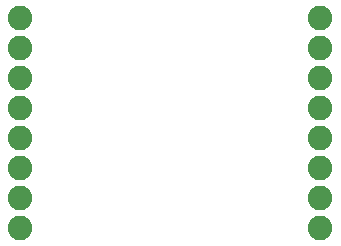
<source format=gbr>
G04 EAGLE Gerber RS-274X export*
G75*
%MOMM*%
%FSLAX34Y34*%
%LPD*%
%INSoldermask Bottom*%
%IPPOS*%
%AMOC8*
5,1,8,0,0,1.08239X$1,22.5*%
G01*
%ADD10C,2.082800*%


D10*
X266700Y63500D03*
X266700Y38100D03*
X266700Y12700D03*
X12700Y12700D03*
X12700Y38100D03*
X12700Y190500D03*
X12700Y165100D03*
X12700Y139700D03*
X12700Y114300D03*
X12700Y88900D03*
X12700Y63500D03*
X266700Y190500D03*
X266700Y165100D03*
X266700Y139700D03*
X266700Y114300D03*
X266700Y88900D03*
M02*

</source>
